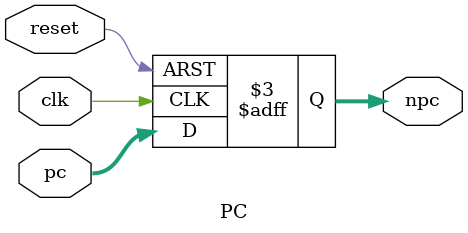
<source format=v>
`timescale 1ns / 1ps
module PC(
    input clk,
    input reset,
    input [10:0]pc,
    output reg [10:0]npc
    );
	initial
		npc <= 0;
	always @(posedge clk or posedge reset)
	begin
		if(reset)
		begin
			npc <= 0;
		end
		else
		begin
			npc <= pc;
		end
	end

endmodule

</source>
